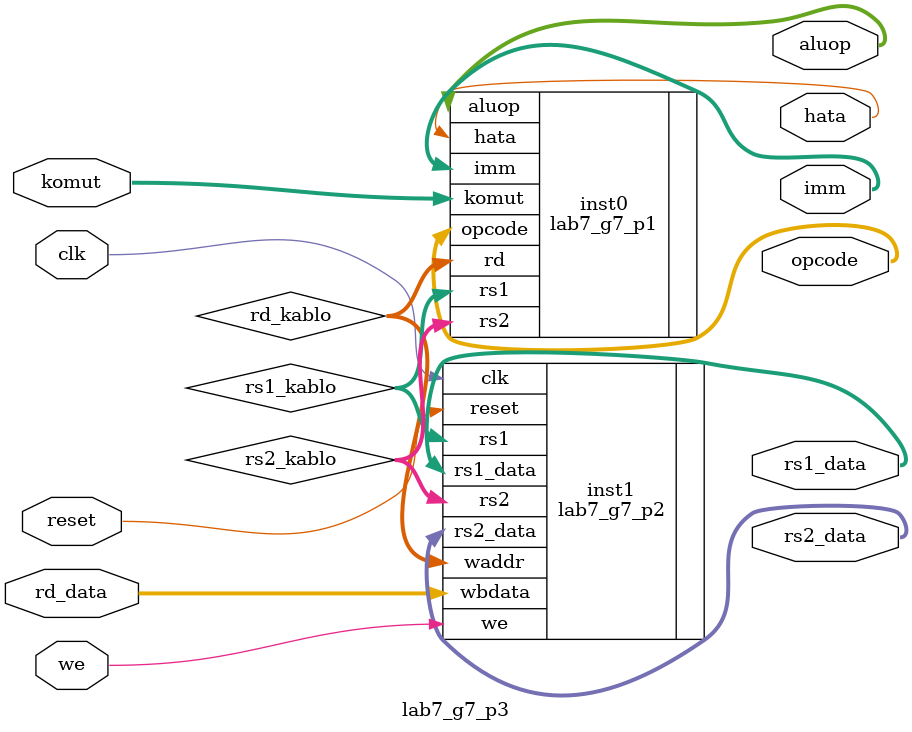
<source format=sv>

module lab7_g7_p3(input logic clk, reset,
input logic [31:0] komut,
output logic [6:0] opcode,
output logic [3:0] aluop,
output logic [31:0] rs1_data,
output logic [31:0] rs2_data,
output logic [31:0] imm,
output logic hata,
input logic we,
input logic [31:0] rd_data);

logic [4:0] rd_kablo;
logic [4:0] rs1_kablo;
logic [4:0] rs2_kablo;


lab7_g7_p1 inst0(.komut(komut), .rd(rd_kablo), .rs1(rs1_kablo), .rs2(rs2_kablo),
.opcode(opcode), .aluop(aluop), .imm(imm), .hata(hata));

lab7_g7_p2 inst1(.clk(clk), .reset(reset), .we(we), .wbdata(rd_data),
.waddr(rd_kablo), .rs1(rs1_kablo), .rs2(rs2_kablo),.rs1_data(rs1_data),
.rs2_data(rs2_data));

endmodule
</source>
